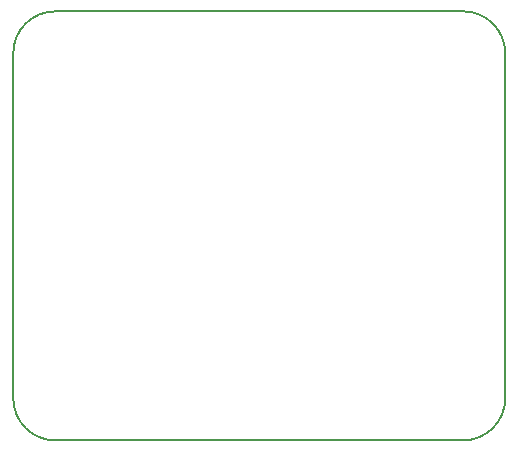
<source format=gbr>
G04 #@! TF.GenerationSoftware,KiCad,Pcbnew,5.0.0-fee4fd1~66~ubuntu18.04.1*
G04 #@! TF.CreationDate,2018-10-10T23:42:05+08:00*
G04 #@! TF.ProjectId,Solid State Relay Kit,536F6C69642053746174652052656C61,rev?*
G04 #@! TF.SameCoordinates,Original*
G04 #@! TF.FileFunction,Profile,NP*
%FSLAX46Y46*%
G04 Gerber Fmt 4.6, Leading zero omitted, Abs format (unit mm)*
G04 Created by KiCad (PCBNEW 5.0.0-fee4fd1~66~ubuntu18.04.1) date Wed Oct 10 23:42:05 2018*
%MOMM*%
%LPD*%
G01*
G04 APERTURE LIST*
%ADD10C,0.150000*%
G04 APERTURE END LIST*
D10*
X67564000Y-18034000D02*
G75*
G02X71120000Y-21590000I0J-3556000D01*
G01*
X29464000Y-21590000D02*
G75*
G02X33020000Y-18034000I3556000J0D01*
G01*
X33020000Y-54356000D02*
G75*
G02X29464000Y-50800000I0J3556000D01*
G01*
X71120000Y-50800000D02*
G75*
G02X67564000Y-54356000I-3556000J0D01*
G01*
X71120000Y-21590000D02*
X71120000Y-50800000D01*
X29464000Y-21590000D02*
X29464000Y-50800000D01*
X33020000Y-54356000D02*
X67564000Y-54356000D01*
X33020000Y-18034000D02*
X67564000Y-18034000D01*
M02*

</source>
